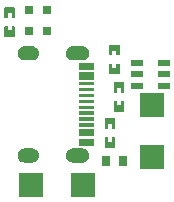
<source format=gtp>
G04 Layer: TopPasteMaskLayer*
G04 EasyEDA v6.5.42, 2024-03-29 10:36:03*
G04 c5ab252c28e54aca980d21198c282c72,1c81c61d082a4d45aadf05aca8bab00c,10*
G04 Gerber Generator version 0.2*
G04 Scale: 100 percent, Rotated: No, Reflected: No *
G04 Dimensions in millimeters *
G04 leading zeros omitted , absolute positions ,4 integer and 5 decimal *
%FSLAX45Y45*%
%MOMM*%

%ADD10R,0.8000X0.8000*%
%ADD11R,0.8000X0.9000*%
%ADD12R,2.0000X2.0000*%
%ADD13R,1.0720X0.5320*%

%LPD*%
G36*
X201320Y5413806D02*
G01*
X196291Y5408777D01*
X196291Y5328818D01*
X201320Y5323789D01*
X281279Y5323789D01*
X286308Y5328818D01*
X286308Y5408777D01*
X281279Y5413806D01*
X258521Y5413806D01*
X258521Y5376773D01*
X225501Y5376773D01*
X225501Y5413806D01*
G37*
G36*
X201320Y5572810D02*
G01*
X196291Y5567781D01*
X196291Y5488787D01*
X201320Y5483809D01*
X225501Y5483809D01*
X225501Y5521807D01*
X258521Y5521807D01*
X258521Y5483809D01*
X281279Y5483809D01*
X286308Y5488787D01*
X286308Y5567781D01*
X281279Y5572810D01*
G37*
G36*
X1128420Y4778806D02*
G01*
X1123391Y4773777D01*
X1123391Y4693818D01*
X1128420Y4688789D01*
X1208379Y4688789D01*
X1213408Y4693818D01*
X1213408Y4773777D01*
X1208379Y4778806D01*
X1185621Y4778806D01*
X1185621Y4741773D01*
X1152601Y4741773D01*
X1152601Y4778806D01*
G37*
G36*
X1128420Y4937810D02*
G01*
X1123391Y4932781D01*
X1123391Y4853787D01*
X1128420Y4848809D01*
X1152601Y4848809D01*
X1152601Y4886807D01*
X1185621Y4886807D01*
X1185621Y4848809D01*
X1208379Y4848809D01*
X1213408Y4853787D01*
X1213408Y4932781D01*
X1208379Y4937810D01*
G37*
G36*
X1052220Y4633010D02*
G01*
X1047191Y4627981D01*
X1047191Y4548022D01*
X1052220Y4542993D01*
X1074978Y4542993D01*
X1074978Y4580026D01*
X1107998Y4580026D01*
X1107998Y4542993D01*
X1132179Y4542993D01*
X1137208Y4548022D01*
X1137208Y4627981D01*
X1132179Y4633010D01*
G37*
G36*
X1052220Y4472990D02*
G01*
X1047191Y4468012D01*
X1047191Y4389018D01*
X1052220Y4383989D01*
X1132179Y4383989D01*
X1137208Y4389018D01*
X1137208Y4468012D01*
X1132179Y4472990D01*
X1107998Y4472990D01*
X1107998Y4434992D01*
X1074978Y4434992D01*
X1074978Y4472990D01*
G37*
G36*
X1090320Y5255310D02*
G01*
X1085291Y5250281D01*
X1085291Y5170322D01*
X1090320Y5165293D01*
X1113078Y5165293D01*
X1113078Y5202326D01*
X1146098Y5202326D01*
X1146098Y5165293D01*
X1170279Y5165293D01*
X1175308Y5170322D01*
X1175308Y5250281D01*
X1170279Y5255310D01*
G37*
G36*
X1090320Y5095290D02*
G01*
X1085291Y5090312D01*
X1085291Y5011318D01*
X1090320Y5006289D01*
X1170279Y5006289D01*
X1175308Y5011318D01*
X1175308Y5090312D01*
X1170279Y5095290D01*
X1146098Y5095290D01*
X1146098Y5057292D01*
X1113078Y5057292D01*
X1113078Y5095290D01*
G37*
G36*
X830122Y4459782D02*
G01*
X830122Y4399788D01*
X960119Y4399788D01*
X960119Y4459782D01*
G37*
G36*
X830122Y4839817D02*
G01*
X830122Y4809794D01*
X960119Y4809794D01*
X960119Y4839817D01*
G37*
G36*
X830122Y5099812D02*
G01*
X830122Y5039817D01*
X960119Y5039817D01*
X960119Y5099812D01*
G37*
G36*
X830122Y4739792D02*
G01*
X830122Y4709820D01*
X960119Y4709820D01*
X960119Y4739792D01*
G37*
G36*
X830122Y4589780D02*
G01*
X830122Y4559808D01*
X960119Y4559808D01*
X960119Y4589780D01*
G37*
G36*
X830122Y4889804D02*
G01*
X830122Y4859782D01*
X960119Y4859782D01*
X960119Y4889804D01*
G37*
G36*
X830122Y4639818D02*
G01*
X830122Y4609846D01*
X960119Y4609846D01*
X960119Y4639818D01*
G37*
G36*
X830122Y4689805D02*
G01*
X830122Y4659782D01*
X960119Y4659782D01*
X960119Y4689805D01*
G37*
G36*
X830122Y4939792D02*
G01*
X830122Y4909820D01*
X960119Y4909820D01*
X960119Y4939792D01*
G37*
G36*
X830122Y4789779D02*
G01*
X830122Y4759807D01*
X960119Y4759807D01*
X960119Y4789779D01*
G37*
G36*
X830122Y5019802D02*
G01*
X830122Y4959807D01*
X960119Y4959807D01*
X960119Y5019802D01*
G37*
G36*
X778256Y5242306D02*
G01*
X772312Y5242001D01*
X766368Y5241137D01*
X760577Y5239664D01*
X754989Y5237581D01*
X749604Y5234990D01*
X744474Y5231892D01*
X739698Y5228285D01*
X735330Y5224221D01*
X731367Y5219700D01*
X727862Y5214874D01*
X724865Y5209692D01*
X722426Y5204256D01*
X720547Y5198567D01*
X719175Y5192725D01*
X718464Y5186781D01*
X718312Y5180838D01*
X718769Y5174843D01*
X719785Y5168950D01*
X721410Y5163210D01*
X723595Y5157622D01*
X726338Y5152288D01*
X729538Y5147310D01*
X733298Y5142636D01*
X737463Y5138318D01*
X742035Y5134457D01*
X747014Y5131104D01*
X752246Y5128260D01*
X757783Y5125923D01*
X763473Y5124145D01*
X769315Y5122976D01*
X775309Y5122367D01*
X858266Y5122316D01*
X864260Y5122621D01*
X870153Y5123484D01*
X875944Y5124958D01*
X881583Y5127040D01*
X886968Y5129631D01*
X892098Y5132730D01*
X896823Y5136337D01*
X901242Y5140401D01*
X905205Y5144922D01*
X908659Y5149748D01*
X911656Y5154930D01*
X914146Y5160365D01*
X916025Y5166055D01*
X917346Y5171897D01*
X918108Y5177840D01*
X918260Y5183784D01*
X917803Y5189778D01*
X916787Y5195671D01*
X915162Y5201412D01*
X912977Y5207000D01*
X910234Y5212334D01*
X906983Y5217312D01*
X903274Y5221986D01*
X899109Y5226304D01*
X894486Y5230164D01*
X889558Y5233517D01*
X884326Y5236362D01*
X878789Y5238699D01*
X873099Y5240477D01*
X867206Y5241645D01*
X861263Y5242255D01*
G37*
G36*
X778256Y4377283D02*
G01*
X772312Y4376978D01*
X766368Y4376115D01*
X760577Y4374642D01*
X754989Y4372559D01*
X749604Y4369968D01*
X744474Y4366869D01*
X739698Y4363262D01*
X735330Y4359198D01*
X731367Y4354677D01*
X727862Y4349851D01*
X724865Y4344670D01*
X722426Y4339234D01*
X720547Y4333544D01*
X719175Y4327702D01*
X718464Y4321759D01*
X718312Y4315815D01*
X718769Y4309821D01*
X719785Y4303928D01*
X721410Y4298188D01*
X723595Y4292600D01*
X726338Y4287266D01*
X729538Y4282287D01*
X733298Y4277614D01*
X737463Y4273296D01*
X742035Y4269435D01*
X747014Y4266082D01*
X752246Y4263237D01*
X757783Y4260900D01*
X763473Y4259122D01*
X769315Y4257954D01*
X775309Y4257344D01*
X858266Y4257294D01*
X864260Y4257598D01*
X870153Y4258462D01*
X875944Y4259935D01*
X881583Y4262018D01*
X886968Y4264609D01*
X892098Y4267708D01*
X896823Y4271314D01*
X901242Y4275378D01*
X905205Y4279900D01*
X908659Y4284726D01*
X911656Y4289907D01*
X914146Y4295343D01*
X916025Y4301032D01*
X917346Y4306874D01*
X918108Y4312818D01*
X918260Y4318762D01*
X917803Y4324756D01*
X916787Y4330649D01*
X915162Y4336389D01*
X912977Y4341977D01*
X910234Y4347311D01*
X906983Y4352290D01*
X903274Y4356963D01*
X899109Y4361281D01*
X894486Y4365142D01*
X889558Y4368495D01*
X884326Y4371340D01*
X878789Y4373676D01*
X873099Y4375454D01*
X867206Y4376623D01*
X861263Y4377232D01*
G37*
G36*
X370281Y5242306D02*
G01*
X364337Y5242001D01*
X358394Y5241137D01*
X352602Y5239664D01*
X346964Y5237581D01*
X341579Y5234990D01*
X336499Y5231892D01*
X331724Y5228285D01*
X327355Y5224221D01*
X323392Y5219700D01*
X319887Y5214874D01*
X316890Y5209692D01*
X314452Y5204256D01*
X312521Y5198567D01*
X311200Y5192725D01*
X310438Y5186781D01*
X310286Y5180838D01*
X310743Y5174843D01*
X311810Y5168950D01*
X313436Y5163210D01*
X315620Y5157622D01*
X318312Y5152288D01*
X321564Y5147310D01*
X325323Y5142636D01*
X329488Y5138318D01*
X334060Y5134457D01*
X338988Y5131104D01*
X344271Y5128260D01*
X349758Y5125923D01*
X355498Y5124145D01*
X361340Y5122976D01*
X367284Y5122367D01*
X430276Y5122316D01*
X436270Y5122621D01*
X442163Y5123484D01*
X447954Y5124958D01*
X453593Y5127040D01*
X458978Y5129631D01*
X464108Y5132730D01*
X468833Y5136337D01*
X473252Y5140401D01*
X477215Y5144922D01*
X480669Y5149748D01*
X483666Y5154930D01*
X486156Y5160365D01*
X488035Y5166055D01*
X489356Y5171897D01*
X490118Y5177840D01*
X490270Y5183784D01*
X489813Y5189778D01*
X488797Y5195671D01*
X487172Y5201412D01*
X484987Y5207000D01*
X482244Y5212334D01*
X478993Y5217312D01*
X475284Y5221986D01*
X471119Y5226304D01*
X466496Y5230164D01*
X461568Y5233517D01*
X456336Y5236362D01*
X450799Y5238699D01*
X445109Y5240477D01*
X439216Y5241645D01*
X433273Y5242255D01*
G37*
G36*
X370281Y4377283D02*
G01*
X364337Y4376978D01*
X358394Y4376115D01*
X352602Y4374642D01*
X346964Y4372559D01*
X341579Y4369968D01*
X336499Y4366869D01*
X331724Y4363262D01*
X327355Y4359198D01*
X323392Y4354677D01*
X319887Y4349851D01*
X316890Y4344670D01*
X314452Y4339234D01*
X312521Y4333544D01*
X311200Y4327702D01*
X310438Y4321759D01*
X310286Y4315815D01*
X310743Y4309821D01*
X311810Y4303928D01*
X313436Y4298188D01*
X315620Y4292600D01*
X318312Y4287266D01*
X321564Y4282287D01*
X325323Y4277614D01*
X329488Y4273296D01*
X334060Y4269435D01*
X338988Y4266082D01*
X344271Y4263237D01*
X349758Y4260900D01*
X355498Y4259122D01*
X361340Y4257954D01*
X367284Y4257344D01*
X430276Y4257294D01*
X436270Y4257598D01*
X442163Y4258462D01*
X447954Y4259935D01*
X453593Y4262018D01*
X458978Y4264609D01*
X464108Y4267708D01*
X468833Y4271314D01*
X473252Y4275378D01*
X477215Y4279900D01*
X480669Y4284726D01*
X483666Y4289907D01*
X486156Y4295343D01*
X488035Y4301032D01*
X489356Y4306874D01*
X490118Y4312818D01*
X490270Y4318762D01*
X489813Y4324756D01*
X488797Y4330649D01*
X487172Y4336389D01*
X484987Y4341977D01*
X482244Y4347311D01*
X478993Y4352290D01*
X475284Y4356963D01*
X471119Y4361281D01*
X466496Y4365142D01*
X461568Y4368495D01*
X456336Y4371340D01*
X450799Y4373676D01*
X445109Y4375454D01*
X439216Y4376623D01*
X433273Y4377232D01*
G37*
G36*
X830122Y4539792D02*
G01*
X830122Y4479798D01*
X960119Y4479798D01*
X960119Y4539792D01*
G37*
D10*
G01*
X402717Y5371693D03*
G01*
X562610Y5372379D03*
G01*
X562482Y5550331D03*
G01*
X402589Y5549645D03*
D11*
G01*
X1200302Y4267200D03*
G01*
X1060297Y4267200D03*
D12*
G01*
X427710Y4064000D03*
G01*
X867689Y4064000D03*
G01*
X1447800Y4741189D03*
G01*
X1447800Y4301210D03*
D13*
G01*
X1550009Y4908804D03*
G01*
X1550009Y5003800D03*
G01*
X1550009Y5098795D03*
G01*
X1320190Y5098795D03*
G01*
X1320190Y5003800D03*
G01*
X1320190Y4908804D03*
M02*

</source>
